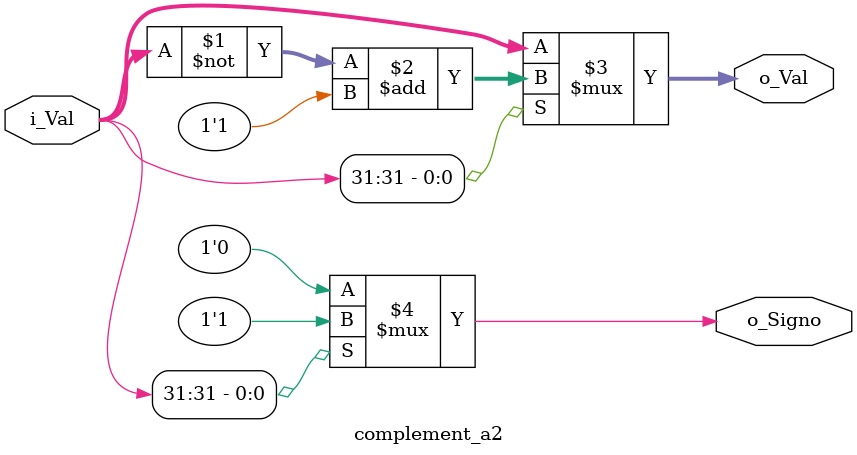
<source format=sv>
module complement_a2 #(
	parameter DW = 32
	)(
	input  [DW-1:0] i_Val, 

	output [DW-1:0] o_Val,
	output       	o_Signo
	);

	/*El valor del septimo bit indica si el signo es positivo o negativo, 
	**en caso de ser positivo se hace complemento A2
	**de lo contrario el valor continua igual */

	assign o_Val   = ( i_Val[DW-1] ) ? ( (~i_Val) + 1'b1 ) : i_Val; 
	assign o_Signo = ( i_Val[DW-1] ) ? 1'b1 : 1'b0;

endmodule
</source>
